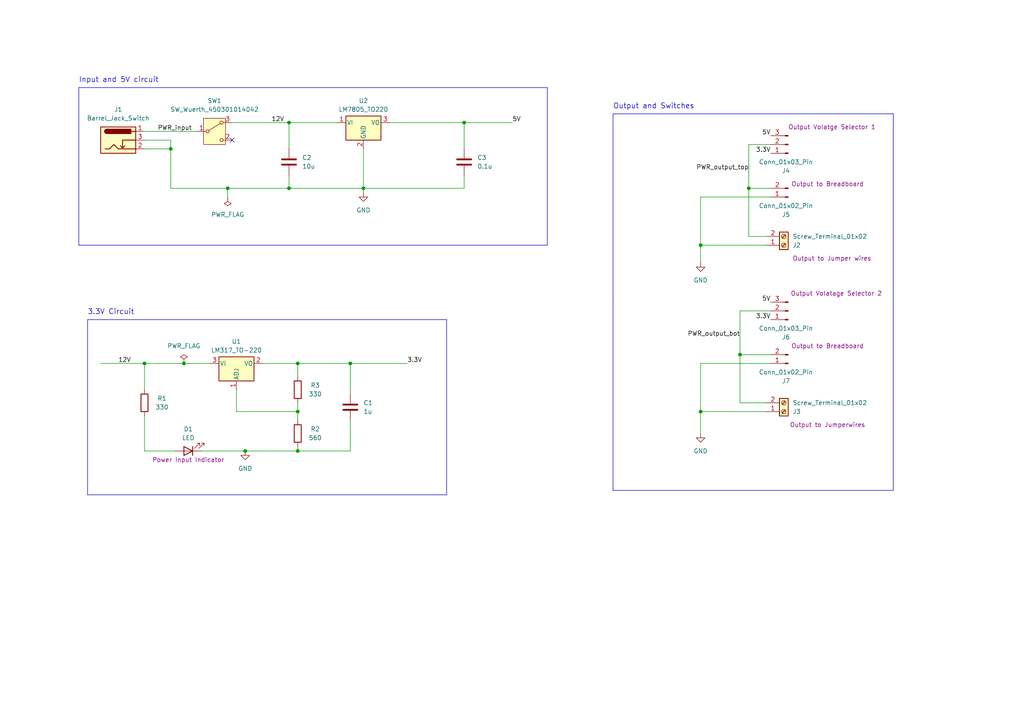
<source format=kicad_sch>
(kicad_sch (version 20230121) (generator eeschema)
  (paper "A4")
  (title_block (title "Power supply Board") (date "2024-07-30") (rev "1") (company "Hobbyst"))
  (lib_symbols
    (symbol "Connector:Barrel_Jack_Switch" (pin_names hide)
      (property "Reference" "J" (at 0 5.334 0))
      (property "Value" "Barrel_Jack_Switch" (at 0 -5.08 0))
      (symbol "Barrel_Jack_Switch_0_1"
        (rectangle (start -5.08 3.81) (end 5.08 -3.81) (stroke (width 0.254)) (fill (type background)))
        (arc (start -3.302 3.175) (mid -3.9343 2.54) (end -3.302 1.905) (stroke (width 0.254)))
        (arc (start -3.302 3.175) (mid -3.9343 2.54) (end -3.302 1.905) (stroke (width 0.254)) (fill (type outline)))
        (polyline (pts (xy 1.27 -2.286) (xy 1.905 -1.651)) (stroke (width 0.254)))
        (polyline (pts (xy 5.08 2.54) (xy 3.81 2.54)) (stroke (width 0.254)))
        (polyline (pts (xy 5.08 0) (xy 1.27 0) (xy 1.27 -2.286) (xy 0.635 -1.651)) (stroke (width 0.254)))
        (polyline (pts (xy -3.81 -2.54) (xy -2.54 -2.54) (xy -1.27 -1.27) (xy 0 -2.54) (xy 2.54 -2.54) (xy 5.08 -2.54)) (stroke (width 0.254)))
        (rectangle (start 3.683 3.175) (end -3.302 1.905) (stroke (width 0.254)) (fill (type outline)))
      )
      (symbol "Barrel_Jack_Switch_1_1"
        (pin passive line (at 7.62 2.54 180) (length 2.54) (name "~") (number "1"))
        (pin passive line (at 7.62 -2.54 180) (length 2.54) (name "~") (number "2"))
        (pin passive line (at 7.62 0 180) (length 2.54) (name "~") (number "3"))
      )
    )
    (symbol "Connector:Conn_01x02_Pin" (pin_names (offset 1.016) hide)
      (property "Reference" "J" (at 0 2.54 0))
      (property "Value" "Conn_01x02_Pin" (at 0 -5.08 0))
      (symbol "Conn_01x02_Pin_1_1"
        (polyline (pts (xy 1.27 -2.54) (xy 0.8636 -2.54)) (stroke (width 0.1524)))
        (polyline (pts (xy 1.27 0) (xy 0.8636 0)) (stroke (width 0.1524)))
        (rectangle (start 0.8636 -2.413) (end 0 -2.667) (stroke (width 0.1524)) (fill (type outline)))
        (rectangle (start 0.8636 0.127) (end 0 -0.127) (stroke (width 0.1524)) (fill (type outline)))
        (pin passive line (at 5.08 0 180) (length 3.81) (name "Pin_1") (number "1"))
        (pin passive line (at 5.08 -2.54 180) (length 3.81) (name "Pin_2") (number "2"))
      )
    )
    (symbol "Connector:Conn_01x03_Pin" (pin_names (offset 1.016) hide)
      (property "Reference" "J" (at 0 5.08 0))
      (property "Value" "Conn_01x03_Pin" (at 0 -5.08 0))
      (symbol "Conn_01x03_Pin_1_1"
        (polyline (pts (xy 1.27 -2.54) (xy 0.8636 -2.54)) (stroke (width 0.1524)))
        (polyline (pts (xy 1.27 0) (xy 0.8636 0)) (stroke (width 0.1524)))
        (polyline (pts (xy 1.27 2.54) (xy 0.8636 2.54)) (stroke (width 0.1524)))
        (rectangle (start 0.8636 -2.413) (end 0 -2.667) (stroke (width 0.1524)) (fill (type outline)))
        (rectangle (start 0.8636 0.127) (end 0 -0.127) (stroke (width 0.1524)) (fill (type outline)))
        (rectangle (start 0.8636 2.667) (end 0 2.413) (stroke (width 0.1524)) (fill (type outline)))
        (pin passive line (at 5.08 2.54 180) (length 3.81) (name "Pin_1") (number "1"))
        (pin passive line (at 5.08 0 180) (length 3.81) (name "Pin_2") (number "2"))
        (pin passive line (at 5.08 -2.54 180) (length 3.81) (name "Pin_3") (number "3"))
      )
    )
    (symbol "Connector:Screw_Terminal_01x02" (pin_names (offset 1.016) hide)
      (property "Reference" "J" (at 0 2.54 0))
      (property "Value" "Screw_Terminal_01x02" (at 0 -5.08 0))
      (symbol "Screw_Terminal_01x02_1_1"
        (rectangle (start -1.27 1.27) (end 1.27 -3.81) (stroke (width 0.254)) (fill (type background)))
        (circle (center 0 -2.54) (radius 0.635) (stroke (width 0.1524)))
        (polyline (pts (xy -0.5334 -2.2098) (xy 0.3302 -3.048)) (stroke (width 0.1524)))
        (polyline (pts (xy -0.5334 0.3302) (xy 0.3302 -0.508)) (stroke (width 0.1524)))
        (polyline (pts (xy -0.3556 -2.032) (xy 0.508 -2.8702)) (stroke (width 0.1524)))
        (polyline (pts (xy -0.3556 0.508) (xy 0.508 -0.3302)) (stroke (width 0.1524)))
        (circle (center 0 0) (radius 0.635) (stroke (width 0.1524)))
        (pin passive line (at -5.08 0 0) (length 3.81) (name "Pin_1") (number "1"))
        (pin passive line (at -5.08 -2.54 0) (length 3.81) (name "Pin_2") (number "2"))
      )
    )
    (symbol "Device:C" (pin_numbers hide) (pin_names (offset 0.254))
      (property "Reference" "C" (at 0.635 2.54 0))
      (property "Value" "C" (at 0.635 -2.54 0))
      (symbol "C_0_1"
        (polyline (pts (xy -2.032 -0.762) (xy 2.032 -0.762)) (stroke (width 0.508)))
        (polyline (pts (xy -2.032 0.762) (xy 2.032 0.762)) (stroke (width 0.508)))
      )
      (symbol "C_1_1"
        (pin passive line (at 0 3.81 270) (length 2.794) (name "~") (number "1"))
        (pin passive line (at 0 -3.81 90) (length 2.794) (name "~") (number "2"))
      )
    )
    (symbol "Device:LED" (pin_numbers hide) (pin_names (offset 1.016) hide)
      (property "Reference" "D" (at 0 2.54 0))
      (property "Value" "LED" (at 0 -2.54 0))
      (symbol "LED_0_1"
        (polyline (pts (xy -1.27 -1.27) (xy -1.27 1.27)) (stroke (width 0.254)))
        (polyline (pts (xy -1.27 0) (xy 1.27 0)))
        (polyline (pts (xy 1.27 -1.27) (xy 1.27 1.27) (xy -1.27 0) (xy 1.27 -1.27)) (stroke (width 0.254)))
        (polyline (pts (xy -3.048 -0.762) (xy -4.572 -2.286) (xy -3.81 -2.286) (xy -4.572 -2.286) (xy -4.572 -1.524)))
        (polyline (pts (xy -1.778 -0.762) (xy -3.302 -2.286) (xy -2.54 -2.286) (xy -3.302 -2.286) (xy -3.302 -1.524)))
      )
      (symbol "LED_1_1"
        (pin passive line (at -3.81 0 0) (length 2.54) (name "K") (number "1"))
        (pin passive line (at 3.81 0 180) (length 2.54) (name "A") (number "2"))
      )
    )
    (symbol "Device:R" (pin_numbers hide) (pin_names (offset 0))
      (property "Reference" "R" (at 2.032 0 90))
      (property "Value" "R" (at 0 0 90))
      (symbol "R_0_1"
        (rectangle (start -1.016 -2.54) (end 1.016 2.54) (stroke (width 0.254)))
      )
      (symbol "R_1_1"
        (pin passive line (at 0 3.81 270) (length 1.27) (name "~") (number "1"))
        (pin passive line (at 0 -3.81 90) (length 1.27) (name "~") (number "2"))
      )
    )
    (symbol "Regulator_Linear:LM317_TO-220" (pin_names (offset 0.254))
      (property "Reference" "U" (at -3.81 3.175 0))
      (property "Value" "LM317_TO-220" (at 0 3.175 0))
      (symbol "LM317_TO-220_0_1"
        (rectangle (start -5.08 1.905) (end 5.08 -5.08) (stroke (width 0.254)) (fill (type background)))
      )
      (symbol "LM317_TO-220_1_1"
        (pin input line (at 0 -7.62 90) (length 2.54) (name "ADJ") (number "1"))
        (pin power_out line (at 7.62 0 180) (length 2.54) (name "VO") (number "2"))
        (pin power_in line (at -7.62 0 0) (length 2.54) (name "VI") (number "3"))
      )
    )
    (symbol "Regulator_Linear:LM7805_TO220" (pin_names (offset 0.254))
      (property "Reference" "U" (at -3.81 3.175 0))
      (property "Value" "LM7805_TO220" (at 0 3.175 0))
      (symbol "LM7805_TO220_0_1"
        (rectangle (start -5.08 1.905) (end 5.08 -5.08) (stroke (width 0.254)) (fill (type background)))
      )
      (symbol "LM7805_TO220_1_1"
        (pin power_in line (at -7.62 0 0) (length 2.54) (name "VI") (number "1"))
        (pin power_in line (at 0 -7.62 90) (length 2.54) (name "GND") (number "2"))
        (pin power_out line (at 7.62 0 180) (length 2.54) (name "VO") (number "3"))
      )
    )
    (symbol "Switch:SW_Wuerth_450301014042" (pin_names (offset 1) hide)
      (property "Reference" "SW" (at 0 5.08 0))
      (property "Value" "SW_Wuerth_450301014042" (at 0 -5.08 0))
      (symbol "SW_Wuerth_450301014042_0_1"
        (circle (center -2.032 0) (radius 0.4572))
        (polyline (pts (xy -1.651 0.254) (xy 1.651 2.286)))
        (circle (center 2.032 -2.54) (radius 0.4572))
        (circle (center 2.032 2.54) (radius 0.4572))
      )
      (symbol "SW_Wuerth_450301014042_1_1"
        (rectangle (start -3.175 3.81) (end 3.175 -3.81) (fill (type background)))
        (pin passive line (at -5.08 0 0) (length 2.54) (name "B") (number "1"))
        (pin passive line (at 5.08 -2.54 180) (length 2.54) (name "C") (number "2"))
        (pin passive line (at 5.08 2.54 180) (length 2.54) (name "A") (number "3"))
      )
    )
    (symbol "power:GND" (power) (pin_names (offset 0))
      (property "Value" "GND" (at 0 -3.81 0))
      (symbol "GND_0_1"
        (polyline (pts (xy 0 0) (xy 0 -1.27) (xy 1.27 -1.27) (xy 0 -2.54) (xy -1.27 -1.27) (xy 0 -1.27)))
      )
      (symbol "GND_1_1"
        (pin power_in line (at 0 0 270) (length 0) hide (name "GND") (number "1"))
      )
    )
    (symbol "power:PWR_FLAG" (power) (pin_numbers hide) (pin_names (offset 0) hide)
      (property "Value" "PWR_FLAG" (at 0 3.81 0))
      (symbol "PWR_FLAG_0_0"
        (pin power_out line (at 0 0 90) (length 0) (name "pwr") (number "1"))
      )
      (symbol "PWR_FLAG_0_1"
        (polyline (pts (xy 0 0) (xy 0 1.27) (xy -1.016 1.905) (xy 0 2.54) (xy 1.016 1.905) (xy 0 1.27)))
      )
    )
  )
  (junction (at 83.82 35.56))
  (junction (at 53.34 105.41))
  (junction (at 101.6 105.41))
  (junction (at 41.91 105.41))
  (junction (at 105.41 54.61))
  (junction (at 214.63 102.87))
  (junction (at 203.2 71.12))
  (junction (at 217.17 54.61))
  (junction (at 83.82 54.61))
  (junction (at 134.62 35.56))
  (junction (at 71.12 130.81))
  (junction (at 86.36 105.41))
  (junction (at 49.53 43.18))
  (junction (at 86.36 119.38))
  (junction (at 66.04 54.61))
  (junction (at 86.36 130.81))
  (junction (at 203.2 119.38))
  (no_connect (at 67.31 40.64))
  (wire (pts (xy 223.52 90.17) (xy 214.63 90.17)))
  (wire (pts (xy 214.63 90.17) (xy 214.63 102.87)))
  (wire (pts (xy 49.53 54.61) (xy 66.04 54.61)))
  (wire (pts (xy 101.6 130.81) (xy 86.36 130.81)))
  (polyline (pts (xy 177.8 87.63) (xy 177.8 142.24)))
  (wire (pts (xy 41.91 120.65) (xy 41.91 130.81)))
  (wire (pts (xy 203.2 71.12) (xy 222.25 71.12)))
  (wire (pts (xy 101.6 121.92) (xy 101.6 130.81)))
  (wire (pts (xy 41.91 40.64) (xy 49.53 40.64)))
  (polyline (pts (xy 22.86 25.4) (xy 158.75 25.4)))
  (wire (pts (xy 113.03 35.56) (xy 134.62 35.56)))
  (wire (pts (xy 203.2 105.41) (xy 203.2 119.38)))
  (wire (pts (xy 223.52 54.61) (xy 217.17 54.61)))
  (polyline (pts (xy 22.86 71.12) (xy 158.75 71.12)))
  (polyline (pts (xy 25.4 92.71) (xy 129.54 92.71)))
  (polyline (pts (xy 129.54 143.51) (xy 25.4 143.51)))
  (wire (pts (xy 86.36 116.84) (xy 86.36 119.38)))
  (wire (pts (xy 68.58 113.03) (xy 68.58 119.38)))
  (wire (pts (xy 86.36 105.41) (xy 86.36 109.22)))
  (polyline (pts (xy 259.08 33.02) (xy 177.8 33.02)))
  (wire (pts (xy 41.91 38.1) (xy 57.15 38.1)))
  (wire (pts (xy 49.53 43.18) (xy 49.53 54.61)))
  (wire (pts (xy 134.62 50.8) (xy 134.62 54.61)))
  (wire (pts (xy 83.82 54.61) (xy 105.41 54.61)))
  (wire (pts (xy 214.63 116.84) (xy 214.63 102.87)))
  (polyline (pts (xy 22.86 25.4) (xy 22.86 71.12)))
  (wire (pts (xy 203.2 76.2) (xy 203.2 71.12)))
  (wire (pts (xy 41.91 105.41) (xy 53.34 105.41)))
  (wire (pts (xy 217.17 54.61) (xy 217.17 68.58)))
  (wire (pts (xy 105.41 54.61) (xy 134.62 54.61)))
  (wire (pts (xy 101.6 105.41) (xy 118.11 105.41)))
  (wire (pts (xy 203.2 57.15) (xy 203.2 71.12)))
  (wire (pts (xy 222.25 116.84) (xy 214.63 116.84)))
  (wire (pts (xy 67.31 35.56) (xy 83.82 35.56)))
  (wire (pts (xy 134.62 35.56) (xy 134.62 43.18)))
  (wire (pts (xy 217.17 41.91) (xy 217.17 54.61)))
  (wire (pts (xy 223.52 57.15) (xy 203.2 57.15)))
  (wire (pts (xy 41.91 113.03) (xy 41.91 105.41)))
  (wire (pts (xy 214.63 102.87) (xy 223.52 102.87)))
  (wire (pts (xy 101.6 105.41) (xy 86.36 105.41)))
  (wire (pts (xy 105.41 54.61) (xy 105.41 55.88)))
  (wire (pts (xy 66.04 54.61) (xy 83.82 54.61)))
  (polyline (pts (xy 259.08 142.24) (xy 259.08 33.02)))
  (wire (pts (xy 76.2 105.41) (xy 86.36 105.41)))
  (wire (pts (xy 217.17 68.58) (xy 222.25 68.58)))
  (wire (pts (xy 41.91 43.18) (xy 49.53 43.18)))
  (wire (pts (xy 66.04 54.61) (xy 66.04 57.15)))
  (wire (pts (xy 101.6 114.3) (xy 101.6 105.41)))
  (polyline (pts (xy 177.8 142.24) (xy 259.08 142.24)))
  (wire (pts (xy 49.53 40.64) (xy 49.53 43.18)))
  (wire (pts (xy 71.12 130.81) (xy 86.36 130.81)))
  (wire (pts (xy 83.82 35.56) (xy 97.79 35.56)))
  (wire (pts (xy 223.52 41.91) (xy 217.17 41.91)))
  (polyline (pts (xy 129.54 92.71) (xy 129.54 143.51)))
  (wire (pts (xy 68.58 119.38) (xy 86.36 119.38)))
  (polyline (pts (xy 25.4 92.71) (xy 25.4 143.51)))
  (wire (pts (xy 203.2 119.38) (xy 222.25 119.38)))
  (wire (pts (xy 203.2 125.73) (xy 203.2 119.38)))
  (wire (pts (xy 105.41 43.18) (xy 105.41 54.61)))
  (polyline (pts (xy 158.75 71.12) (xy 158.75 25.4)))
  (wire (pts (xy 86.36 119.38) (xy 86.36 121.92)))
  (wire (pts (xy 83.82 50.8) (xy 83.82 54.61)))
  (wire (pts (xy 223.52 105.41) (xy 203.2 105.41)))
  (polyline (pts (xy 177.8 33.02) (xy 177.8 87.63)))
  (wire (pts (xy 86.36 130.81) (xy 86.36 129.54)))
  (wire (pts (xy 58.42 130.81) (xy 71.12 130.81)))
  (wire (pts (xy 134.62 35.56) (xy 148.59 35.56)))
  (wire (pts (xy 83.82 35.56) (xy 83.82 43.18)))
  (wire (pts (xy 53.34 105.41) (xy 60.96 105.41)))
  (wire (pts (xy 29.21 105.41) (xy 41.91 105.41)))
  (wire (pts (xy 41.91 130.81) (xy 50.8 130.81)))
  (text "3.3V Circuit" (at 25.4 91.44 0) (effects (font (size 1.5 1.5)) (justify left bottom)))
  (text "Output and Switches" (at 177.8 31.75 0) (effects (font (size 1.5 1.5)) (justify left bottom)))
  (text "Input and 5V circuit" (at 22.86 24.13 0) (effects (font (size 1.5 1.5)) (justify left bottom)))
  (label "5V" (at 223.52 87.63 180))
  (label "3.3V" (at 223.52 92.71 180))
  (label "5V" (at 223.52 39.37 180))
  (label "PWR_output_bot" (at 214.63 97.79 180))
  (label "3.3V" (at 223.52 44.45 180))
  (label "3.3V" (at 118.11 105.41 0))
  (label "12V" (at 34.29 105.41 0))
  (label "5V" (at 148.59 35.56 0))
  (label "12V" (at 78.74 35.56 0))
  (label "PWR_input" (at 45.72 38.1 0))
  (label "PWR_output_top" (at 217.17 49.53 180))
  (symbol (lib_id "power:GND") (at 71.12 130.81 0) (unit 1)
    (property "Reference" "#PWR02" (effects hide))
    (property "Value" "GND" (at 71.12 135.89 0))
  )
  (symbol (lib_id "Device:LED") (at 54.61 130.81 180) (unit 1)
    (property "Reference" "D1" (at 54.61 124.46 0))
    (property "Value" "LED" (at 54.61 127 0))
    (property "Footprint" "LED_THT:LED_D5.0mm" (effects hide))
    (property "Purpose" "Power Input Indicator" (at 54.61 133.35 0))
  )
  (symbol (lib_id "Device:C") (at 83.82 46.99 0) (unit 1)
    (property "Reference" "C2" (at 87.63 45.72 0) (effects (justify left)))
    (property "Value" "10u" (at 87.63 48.26 0) (effects (justify left)))
    (property "Footprint" "Capacitor_THT:C_Disc_D3.0mm_W1.6mm_P2.50mm" (effects hide))
  )
  (symbol (lib_id "Connector:Screw_Terminal_01x02") (at 227.33 119.38 0) (mirror x) (unit 1)
    (property "Reference" "J3" (at 229.87 119.38 0) (effects (justify left)))
    (property "Value" "Screw_Terminal_01x02" (at 229.87 116.84 0) (effects (justify left)))
    (property "Footprint" "TerminalBlock:TerminalBlock_bornier-2_P5.08mm" (effects hide))
    (property "Purpose" "Output to Jumperwires" (at 240.03 123.19 0))
  )
  (symbol (lib_id "Connector:Barrel_Jack_Switch") (at 34.29 40.64 0) (unit 1)
    (property "Reference" "J1" (at 34.29 31.75 0))
    (property "Value" "Barrel_Jack_Switch" (at 34.29 34.29 0))
    (property "Footprint" "Connector_BarrelJack:BarrelJack_Horizontal" (effects hide))
  )
  (symbol (lib_id "Connector:Conn_01x03_Pin") (at 228.6 90.17 180) (unit 1)
    (property "Reference" "J6" (at 227.965 97.79 0))
    (property "Value" "Conn_01x03_Pin" (at 227.965 95.25 0))
    (property "Footprint" "Connector_PinHeader_2.54mm:PinHeader_1x03_P2.54mm_Vertical" (effects hide))
    (property "Purpose" "Output Volatage Selector 2" (at 242.57 85.09 0))
  )
  (symbol (lib_id "power:GND") (at 105.41 55.88 0) (unit 1)
    (property "Reference" "#PWR01" (effects hide))
    (property "Value" "GND" (at 105.41 60.96 0))
  )
  (symbol (lib_id "Regulator_Linear:LM317_TO-220") (at 68.58 105.41 0) (unit 1)
    (property "Reference" "U1" (at 68.58 99.06 0))
    (property "Value" "LM317_TO-220" (at 68.58 101.6 0))
    (property "Footprint" "Package_TO_SOT_THT:TO-220-3_Vertical" (effects hide))
    (property "Datasheet" "http://www.ti.com/lit/ds/symlink/lm317.pdf" (effects hide))
  )
  (symbol (lib_id "Regulator_Linear:LM7805_TO220") (at 105.41 35.56 0) (unit 1)
    (property "Reference" "U2" (at 105.41 29.21 0))
    (property "Value" "LM7805_TO220" (at 105.41 31.75 0))
    (property "Footprint" "Package_TO_SOT_THT:TO-220-3_Vertical" (effects hide))
    (property "Datasheet" "https://www.onsemi.cn/PowerSolutions/document/MC7800-D.PDF" (effects hide))
  )
  (symbol (lib_id "Device:C") (at 101.6 118.11 180) (unit 1)
    (property "Reference" "C1" (at 105.41 116.84 0) (effects (justify right)))
    (property "Value" "1u" (at 105.41 119.38 0) (effects (justify right)))
    (property "Footprint" "Capacitor_THT:C_Disc_D3.0mm_W1.6mm_P2.50mm" (effects hide))
  )
  (symbol (lib_id "Connector:Conn_01x02_Pin") (at 228.6 57.15 180) (unit 1)
    (property "Reference" "J5" (at 227.965 62.23 0))
    (property "Value" "Conn_01x02_Pin" (at 227.965 59.69 0))
    (property "Footprint" "Connector_PinHeader_2.54mm:PinHeader_1x02_P2.54mm_Vertical" (effects hide))
    (property "Purpose" "Output to Breadboard" (at 240.03 53.34 0))
  )
  (symbol (lib_id "Device:C") (at 134.62 46.99 0) (unit 1)
    (property "Reference" "C3" (at 138.43 45.72 0) (effects (justify left)))
    (property "Value" "0.1u" (at 138.43 48.26 0) (effects (justify left)))
    (property "Footprint" "Capacitor_THT:C_Disc_D3.0mm_W1.6mm_P2.50mm" (effects hide))
  )
  (symbol (lib_id "power:PWR_FLAG") (at 66.04 57.15 180) (unit 1)
    (property "Reference" "#FLG01" (effects hide))
    (property "Value" "PWR_FLAG" (at 66.04 62.23 0))
  )
  (symbol (lib_id "Connector:Conn_01x03_Pin") (at 228.6 41.91 180) (unit 1)
    (property "Reference" "J4" (at 227.965 49.53 0))
    (property "Value" "Conn_01x03_Pin" (at 227.965 46.99 0))
    (property "Footprint" "Connector_PinHeader_2.54mm:PinHeader_1x03_P2.54mm_Vertical" (effects hide))
    (property "Purpose" "Output Volatge Selector 1" (at 241.3 36.83 0))
  )
  (symbol (lib_id "Device:R") (at 41.91 116.84 0) (unit 1)
    (property "Reference" "R1" (at 46.99 115.57 0))
    (property "Value" "330" (at 46.99 118.11 0))
    (property "Footprint" "Resistor_THT:R_Axial_DIN0204_L3.6mm_D1.6mm_P7.62mm_Horizontal" (effects hide))
  )
  (symbol (lib_id "Device:R") (at 86.36 113.03 0) (unit 1)
    (property "Reference" "R3" (at 91.44 111.76 0))
    (property "Value" "330" (at 91.44 114.3 0))
    (property "Footprint" "Resistor_THT:R_Axial_DIN0204_L3.6mm_D1.6mm_P7.62mm_Horizontal" (effects hide))
  )
  (symbol (lib_id "power:GND") (at 203.2 76.2 0) (unit 1)
    (property "Reference" "#PWR04" (effects hide))
    (property "Value" "GND" (at 203.2 81.28 0))
  )
  (symbol (lib_id "power:GND") (at 203.2 125.73 0) (unit 1)
    (property "Reference" "#PWR03" (effects hide))
    (property "Value" "GND" (at 203.2 130.81 0))
  )
  (symbol (lib_id "Connector:Screw_Terminal_01x02") (at 227.33 71.12 0) (mirror x) (unit 1)
    (property "Reference" "J2" (at 229.87 71.12 0) (effects (justify left)))
    (property "Value" "Screw_Terminal_01x02" (at 229.87 68.58 0) (effects (justify left)))
    (property "Footprint" "TerminalBlock:TerminalBlock_bornier-2_P5.08mm" (effects hide))
    (property "Purpose" "Output to Jumper wires" (at 241.3 74.93 0))
  )
  (symbol (lib_id "Switch:SW_Wuerth_450301014042") (at 62.23 38.1 0) (unit 1)
    (property "Reference" "SW1" (at 62.23 29.21 0))
    (property "Value" "SW_Wuerth_450301014042" (at 62.23 31.75 0))
    (property "Footprint" "Button_Switch_THT:SW_Slide-03_Wuerth-WS-SLTV_10x2.5x6.4_P2.54mm" (effects hide))
    (property "Datasheet" "https://www.we-online.com/components/products/datasheet/450301014042.pdf" (effects hide))
  )
  (symbol (lib_id "Connector:Conn_01x02_Pin") (at 228.6 105.41 180) (unit 1)
    (property "Reference" "J7" (at 227.965 110.49 0))
    (property "Value" "Conn_01x02_Pin" (at 227.965 107.95 0))
    (property "Footprint" "Connector_PinHeader_2.54mm:PinHeader_1x02_P2.54mm_Vertical" (effects hide))
    (property "Purpose" "Output to Breadboard" (at 240.03 100.33 0))
  )
  (symbol (lib_id "Device:R") (at 86.36 125.73 0) (unit 1)
    (property "Reference" "R2" (at 91.44 124.46 0))
    (property "Value" "560" (at 91.44 127 0))
    (property "Footprint" "Resistor_THT:R_Axial_DIN0204_L3.6mm_D1.6mm_P7.62mm_Horizontal" (effects hide))
  )
  (symbol (lib_id "power:PWR_FLAG") (at 53.34 105.41 0) (unit 1)
    (property "Reference" "#FLG02" (effects hide))
    (property "Value" "PWR_FLAG" (at 53.34 100.33 0))
  )
)
</source>
